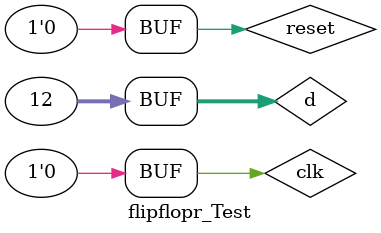
<source format=v>
`timescale 1ns / 1ps


module flipflopr_Test;

	// Inputs
	reg clk;
	reg reset;
	reg [31:0] d;

	// Outputs
	wire [31:0] q;

	// Instantiate the Unit Under Test (UUT)
	flipflop#(32) uut (
		.clk(clk), 
		.reset(reset), 
		.d(d), 
		.q(q)
	);

	initial begin
		// Initialize Inputs
		clk = 0;
		reset = 0;
		d = 12;
		reset <= 1; # 22; reset <= 0;
		// Wait 100 ns for global reset to finish
		// Add stimulus here
		#100;
    end

		always
			begin
				#20 clk=5;
				#20 clk=0;
			end
      
endmodule


</source>
